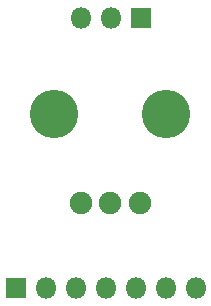
<source format=gbr>
%TF.GenerationSoftware,KiCad,Pcbnew,(5.1.6)-1*%
%TF.CreationDate,2021-02-02T19:23:23-08:00*%
%TF.ProjectId,DH_LEDRing,44485f4c-4544-4526-996e-672e6b696361,rev?*%
%TF.SameCoordinates,Original*%
%TF.FileFunction,Soldermask,Bot*%
%TF.FilePolarity,Negative*%
%FSLAX46Y46*%
G04 Gerber Fmt 4.6, Leading zero omitted, Abs format (unit mm)*
G04 Created by KiCad (PCBNEW (5.1.6)-1) date 2021-02-02 19:23:23*
%MOMM*%
%LPD*%
G01*
G04 APERTURE LIST*
%ADD10R,1.800000X1.800000*%
%ADD11O,1.800000X1.800000*%
%ADD12C,4.100000*%
%ADD13C,1.900000*%
G04 APERTURE END LIST*
D10*
%TO.C,J1*%
X124000000Y-78740000D03*
D11*
X126540000Y-78740000D03*
X129080000Y-78740000D03*
X131620000Y-78740000D03*
X134160000Y-78740000D03*
X136700000Y-78740000D03*
X139240000Y-78740000D03*
%TD*%
D12*
%TO.C,RV1*%
X136750000Y-64000000D03*
X127250000Y-64000000D03*
D13*
X134500000Y-71500000D03*
X132000000Y-71500000D03*
X129500000Y-71500000D03*
%TD*%
D10*
%TO.C,J2*%
X134620000Y-55880000D03*
D11*
X132080000Y-55880000D03*
X129540000Y-55880000D03*
%TD*%
M02*

</source>
